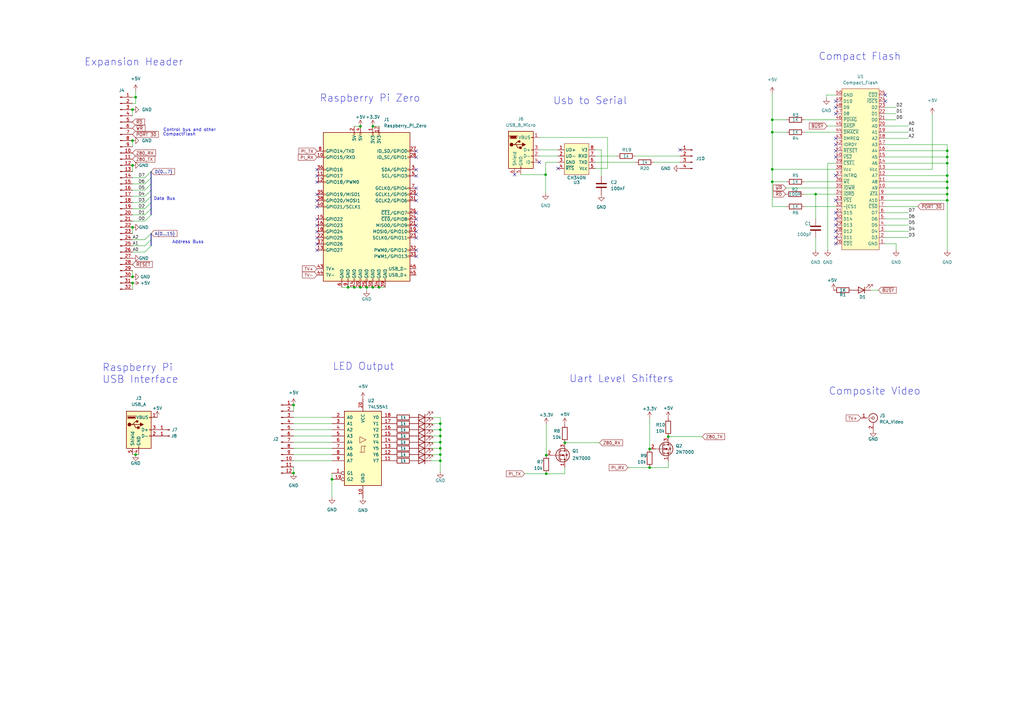
<source format=kicad_sch>
(kicad_sch (version 20230121) (generator eeschema)
  (paper "A3")
  (lib_symbols
    (symbol "74xx:74LS541" (pin_names (offset 1.016))
      (property "Reference" "U" (at -7.62 16.51 0))
      (property "Value" "74LS541" (at -7.62 -16.51 0))
      (symbol "74LS541_1_0"
        (pin input inverted (at -12.7 -10.16 0) (length 5.08) (name "G1") (number "1"))
        (pin power_in line (at 0 -20.32 90) (length 5.08) (name "GND") (number "10"))
        (pin tri_state line (at 12.7 -5.08 180) (length 5.08) (name "Y7") (number "11"))
        (pin tri_state line (at 12.7 -2.54 180) (length 5.08) (name "Y6") (number "12"))
        (pin tri_state line (at 12.7 0 180) (length 5.08) (name "Y5") (number "13"))
        (pin tri_state line (at 12.7 2.54 180) (length 5.08) (name "Y4") (number "14"))
        (pin tri_state line (at 12.7 5.08 180) (length 5.08) (name "Y3") (number "15"))
        (pin tri_state line (at 12.7 7.62 180) (length 5.08) (name "Y2") (number "16"))
        (pin tri_state line (at 12.7 10.16 180) (length 5.08) (name "Y1") (number "17"))
        (pin tri_state line (at 12.7 12.7 180) (length 5.08) (name "Y0") (number "18"))
        (pin input inverted (at -12.7 -12.7 0) (length 5.08) (name "G2") (number "19"))
        (pin input line (at -12.7 12.7 0) (length 5.08) (name "A0") (number "2"))
        (pin power_in line (at 0 20.32 270) (length 5.08) (name "VCC") (number "20"))
        (pin input line (at -12.7 10.16 0) (length 5.08) (name "A1") (number "3"))
        (pin input line (at -12.7 7.62 0) (length 5.08) (name "A2") (number "4"))
        (pin input line (at -12.7 5.08 0) (length 5.08) (name "A3") (number "5"))
        (pin input line (at -12.7 2.54 0) (length 5.08) (name "A4") (number "6"))
        (pin input line (at -12.7 0 0) (length 5.08) (name "A5") (number "7"))
        (pin input line (at -12.7 -2.54 0) (length 5.08) (name "A6") (number "8"))
        (pin input line (at -12.7 -5.08 0) (length 5.08) (name "A7") (number "9"))
      )
    )
    (symbol "Connector:Conn_01x01_Pin" (pin_names (offset 1.016) hide)
      (property "Reference" "J" (at 0 2.54 0))
      (property "Value" "Conn_01x01_Pin" (at 0 -2.54 0))
      (symbol "Conn_01x01_Pin_1_1"
        (pin passive line (at 5.08 0 180) (length 3.81) (name "Pin_1") (number "1"))
      )
    )
    (symbol "Connector:Conn_01x04_Pin" (pin_names (offset 1.016) hide)
      (property "Reference" "J" (at 0 5.08 0))
      (property "Value" "Conn_01x04_Pin" (at 0 -7.62 0))
      (symbol "Conn_01x04_Pin_1_1"
        (pin passive line (at 5.08 2.54 180) (length 3.81) (name "Pin_1") (number "1"))
        (pin passive line (at 5.08 0 180) (length 3.81) (name "Pin_2") (number "2"))
        (pin passive line (at 5.08 -2.54 180) (length 3.81) (name "Pin_3") (number "3"))
        (pin passive line (at 5.08 -5.08 180) (length 3.81) (name "Pin_4") (number "4"))
      )
    )
    (symbol "Connector:Conn_01x12_Male" (pin_names (offset 1.016) hide)
      (property "Reference" "J" (at 0 15.24 0))
      (property "Value" "Conn_01x12_Male" (at 0 -17.78 0))
      (symbol "Conn_01x12_Male_1_1"
        (pin passive line (at 5.08 12.7 180) (length 3.81) (name "Pin_1") (number "1"))
        (pin passive line (at 5.08 -10.16 180) (length 3.81) (name "Pin_10") (number "10"))
        (pin passive line (at 5.08 -12.7 180) (length 3.81) (name "Pin_11") (number "11"))
        (pin passive line (at 5.08 -15.24 180) (length 3.81) (name "Pin_12") (number "12"))
        (pin passive line (at 5.08 10.16 180) (length 3.81) (name "Pin_2") (number "2"))
        (pin passive line (at 5.08 7.62 180) (length 3.81) (name "Pin_3") (number "3"))
        (pin passive line (at 5.08 5.08 180) (length 3.81) (name "Pin_4") (number "4"))
        (pin passive line (at 5.08 2.54 180) (length 3.81) (name "Pin_5") (number "5"))
        (pin passive line (at 5.08 0 180) (length 3.81) (name "Pin_6") (number "6"))
        (pin passive line (at 5.08 -2.54 180) (length 3.81) (name "Pin_7") (number "7"))
        (pin passive line (at 5.08 -5.08 180) (length 3.81) (name "Pin_8") (number "8"))
        (pin passive line (at 5.08 -7.62 180) (length 3.81) (name "Pin_9") (number "9"))
      )
    )
    (symbol "Connector:Conn_01x32_Pin" (pin_names (offset 1.016) hide)
      (property "Reference" "J" (at 0 40.64 0))
      (property "Value" "Conn_01x32_Pin" (at 0 -43.18 0))
      (symbol "Conn_01x32_Pin_1_1"
        (pin passive line (at 5.08 38.1 180) (length 3.81) (name "Pin_1") (number "1"))
        (pin passive line (at 5.08 15.24 180) (length 3.81) (name "Pin_10") (number "10"))
        (pin passive line (at 5.08 12.7 180) (length 3.81) (name "Pin_11") (number "11"))
        (pin passive line (at 5.08 10.16 180) (length 3.81) (name "Pin_12") (number "12"))
        (pin passive line (at 5.08 7.62 180) (length 3.81) (name "Pin_13") (number "13"))
        (pin passive line (at 5.08 5.08 180) (length 3.81) (name "Pin_14") (number "14"))
        (pin passive line (at 5.08 2.54 180) (length 3.81) (name "Pin_15") (number "15"))
        (pin passive line (at 5.08 0 180) (length 3.81) (name "Pin_16") (number "16"))
        (pin passive line (at 5.08 -2.54 180) (length 3.81) (name "Pin_17") (number "17"))
        (pin passive line (at 5.08 -5.08 180) (length 3.81) (name "Pin_18") (number "18"))
        (pin passive line (at 5.08 -7.62 180) (length 3.81) (name "Pin_19") (number "19"))
        (pin passive line (at 5.08 35.56 180) (length 3.81) (name "Pin_2") (number "2"))
        (pin passive line (at 5.08 -10.16 180) (length 3.81) (name "Pin_20") (number "20"))
        (pin passive line (at 5.08 -12.7 180) (length 3.81) (name "Pin_21") (number "21"))
        (pin passive line (at 5.08 -15.24 180) (length 3.81) (name "Pin_22") (number "22"))
        (pin passive line (at 5.08 -17.78 180) (length 3.81) (name "Pin_23") (number "23"))
        (pin passive line (at 5.08 -20.32 180) (length 3.81) (name "Pin_24") (number "24"))
        (pin passive line (at 5.08 -22.86 180) (length 3.81) (name "Pin_25") (number "25"))
        (pin passive line (at 5.08 -25.4 180) (length 3.81) (name "Pin_26") (number "26"))
        (pin passive line (at 5.08 -27.94 180) (length 3.81) (name "Pin_27") (number "27"))
        (pin passive line (at 5.08 -30.48 180) (length 3.81) (name "Pin_28") (number "28"))
        (pin passive line (at 5.08 -33.02 180) (length 3.81) (name "Pin_29") (number "29"))
        (pin passive line (at 5.08 33.02 180) (length 3.81) (name "Pin_3") (number "3"))
        (pin passive line (at 5.08 -35.56 180) (length 3.81) (name "Pin_30") (number "30"))
        (pin passive line (at 5.08 -38.1 180) (length 3.81) (name "Pin_31") (number "31"))
        (pin passive line (at 5.08 -40.64 180) (length 3.81) (name "Pin_32") (number "32"))
        (pin passive line (at 5.08 30.48 180) (length 3.81) (name "Pin_4") (number "4"))
        (pin passive line (at 5.08 27.94 180) (length 3.81) (name "Pin_5") (number "5"))
        (pin passive line (at 5.08 25.4 180) (length 3.81) (name "Pin_6") (number "6"))
        (pin passive line (at 5.08 22.86 180) (length 3.81) (name "Pin_7") (number "7"))
        (pin passive line (at 5.08 20.32 180) (length 3.81) (name "Pin_8") (number "8"))
        (pin passive line (at 5.08 17.78 180) (length 3.81) (name "Pin_9") (number "9"))
      )
    )
    (symbol "Connector:USB_A" (pin_names (offset 1.016))
      (property "Reference" "J" (at -5.08 11.43 0))
      (property "Value" "USB_A" (at -5.08 8.89 0))
      (symbol "USB_A_1_1"
        (pin power_in line (at 7.62 5.08 180) (length 2.54) (name "VBUS") (number "1"))
        (pin bidirectional line (at 7.62 -2.54 180) (length 2.54) (name "D-") (number "2"))
        (pin bidirectional line (at 7.62 0 180) (length 2.54) (name "D+") (number "3"))
        (pin power_in line (at 0 -10.16 90) (length 2.54) (name "GND") (number "4"))
        (pin passive line (at -2.54 -10.16 90) (length 2.54) (name "Shield") (number "5"))
      )
    )
    (symbol "Connector:USB_B_Micro" (pin_names (offset 1.016))
      (property "Reference" "J" (at -5.08 11.43 0))
      (property "Value" "USB_B_Micro" (at -5.08 8.89 0))
      (symbol "USB_B_Micro_1_1"
        (pin power_out line (at 7.62 5.08 180) (length 2.54) (name "VBUS") (number "1"))
        (pin bidirectional line (at 7.62 -2.54 180) (length 2.54) (name "D-") (number "2"))
        (pin bidirectional line (at 7.62 0 180) (length 2.54) (name "D+") (number "3"))
        (pin passive line (at 7.62 -5.08 180) (length 2.54) (name "ID") (number "4"))
        (pin power_out line (at 0 -10.16 90) (length 2.54) (name "GND") (number "5"))
        (pin passive line (at -2.54 -10.16 90) (length 2.54) (name "Shield") (number "6"))
      )
    )
    (symbol "Device:C" (pin_numbers hide) (pin_names (offset 0.254))
      (property "Reference" "C" (at 0.635 2.54 0))
      (property "Value" "C" (at 0.635 -2.54 0))
      (symbol "C_1_1"
        (pin passive line (at 0 3.81 270) (length 2.794) (name "~") (number "1"))
        (pin passive line (at 0 -3.81 90) (length 2.794) (name "~") (number "2"))
      )
    )
    (symbol "Device:LED" (pin_numbers hide) (pin_names (offset 1.016) hide)
      (property "Reference" "D" (at 0 2.54 0))
      (property "Value" "LED" (at 0 -2.54 0))
      (symbol "LED_1_1"
        (pin passive line (at -3.81 0 0) (length 2.54) (name "K") (number "1"))
        (pin passive line (at 3.81 0 180) (length 2.54) (name "A") (number "2"))
      )
    )
    (symbol "Device:R" (pin_numbers hide) (pin_names (offset 0))
      (property "Reference" "R" (at 2.032 0 90))
      (property "Value" "R" (at 0 0 90))
      (symbol "R_1_1"
        (pin passive line (at 0 3.81 270) (length 1.27) (name "~") (number "1"))
        (pin passive line (at 0 -3.81 90) (length 1.27) (name "~") (number "2"))
      )
    )
    (symbol "Simple_Z80:CH340N"
      (property "Reference" "U" (at 0 5.08 0))
      (symbol "CH340N_1_1"
        (pin input line (at -7.62 0 0) (length 2.54) (name "UD+") (number "1"))
        (pin input line (at -7.62 -2.54 0) (length 2.54) (name "UD-") (number "2"))
        (pin input line (at -7.62 -5.08 0) (length 2.54) (name "GND") (number "3"))
        (pin output line (at -7.62 -7.62 0) (length 2.54) (name "~{RTS}") (number "4"))
        (pin input line (at 7.62 -7.62 180) (length 2.54) (name "Vcc") (number "5"))
        (pin output line (at 7.62 -5.08 180) (length 2.54) (name "TXD") (number "6"))
        (pin input line (at 7.62 -2.54 180) (length 2.54) (name "RXD") (number "7"))
        (pin input line (at 7.62 0 180) (length 2.54) (name "V3") (number "8"))
      )
    )
    (symbol "Simple_Z80:Compact_Flash"
      (property "Reference" "U" (at 0 2.54 0))
      (property "Value" "Compact_Flash" (at 0 0 0))
      (symbol "Compact_Flash_1_1"
        (pin passive line (at 10.16 -66.04 180) (length 2.54) (name "GND") (number "1"))
        (pin input line (at 10.16 -43.18 180) (length 2.54) (name "A9") (number "10"))
        (pin input line (at 10.16 -40.64 180) (length 2.54) (name "A8") (number "11"))
        (pin input line (at 10.16 -38.1 180) (length 2.54) (name "A7") (number "12"))
        (pin passive line (at 10.16 -35.56 180) (length 2.54) (name "Vcc") (number "13"))
        (pin input line (at 10.16 -33.02 180) (length 2.54) (name "A6") (number "14"))
        (pin input line (at 10.16 -30.48 180) (length 2.54) (name "A5") (number "15"))
        (pin input line (at 10.16 -27.94 180) (length 2.54) (name "A4") (number "16"))
        (pin input line (at 10.16 -25.4 180) (length 2.54) (name "A3") (number "17"))
        (pin input line (at 10.16 -22.86 180) (length 2.54) (name "A2") (number "18"))
        (pin input line (at 10.16 -20.32 180) (length 2.54) (name "A1") (number "19"))
        (pin bidirectional line (at 10.16 -63.5 180) (length 2.54) (name "D3") (number "2"))
        (pin input line (at 10.16 -17.78 180) (length 2.54) (name "A0") (number "20"))
        (pin bidirectional line (at 10.16 -15.24 180) (length 2.54) (name "D0") (number "21"))
        (pin bidirectional line (at 10.16 -12.7 180) (length 2.54) (name "D1") (number "22"))
        (pin bidirectional line (at 10.16 -10.16 180) (length 2.54) (name "D2") (number "23"))
        (pin output line (at 10.16 -7.62 180) (length 2.54) (name "~{IOCS}") (number "24"))
        (pin output line (at 10.16 -5.08 180) (length 2.54) (name "~{CD2}") (number "25"))
        (pin output line (at -10.16 -66.04 0) (length 2.54) (name "~{CD1}") (number "26"))
        (pin bidirectional line (at -10.16 -63.5 0) (length 2.54) (name "D11") (number "27"))
        (pin bidirectional line (at -10.16 -60.96 0) (length 2.54) (name "D12") (number "28"))
        (pin bidirectional line (at -10.16 -58.42 0) (length 2.54) (name "D13") (number "29"))
        (pin bidirectional line (at 10.16 -60.96 180) (length 2.54) (name "D4") (number "3"))
        (pin bidirectional line (at -10.16 -55.88 0) (length 2.54) (name "D14") (number "30"))
        (pin bidirectional line (at -10.16 -53.34 0) (length 2.54) (name "D15") (number "31"))
        (pin input line (at -10.16 -50.8 0) (length 2.54) (name "~{CS1") (number "32"))
        (pin output line (at -10.16 -48.26 0) (length 2.54) (name "~{VS1}") (number "33"))
        (pin input line (at -10.16 -45.72 0) (length 2.54) (name "~{IORD}") (number "34"))
        (pin input line (at -10.16 -43.18 0) (length 2.54) (name "~{IOWR}") (number "35"))
        (pin input line (at -10.16 -40.64 0) (length 2.54) (name "~{WE}") (number "36"))
        (pin output line (at -10.16 -38.1 0) (length 2.54) (name "INTRQ") (number "37"))
        (pin passive line (at -10.16 -35.56 0) (length 2.54) (name "Vcc") (number "38"))
        (pin input line (at -10.16 -33.02 0) (length 2.54) (name "~{CSEL}") (number "39"))
        (pin bidirectional line (at 10.16 -58.42 180) (length 2.54) (name "D5") (number "4"))
        (pin output line (at -10.16 -30.48 0) (length 2.54) (name "~{VS2}") (number "40"))
        (pin input line (at -10.16 -27.94 0) (length 2.54) (name "~{RESET}") (number "41"))
        (pin output line (at -10.16 -25.4 0) (length 2.54) (name "IORDY") (number "42"))
        (pin output line (at -10.16 -22.86 0) (length 2.54) (name "DMREQ") (number "43"))
        (pin input line (at -10.16 -20.32 0) (length 2.54) (name "~{DMACK}") (number "44"))
        (pin output line (at -10.16 -17.78 0) (length 2.54) (name "~{DASP}") (number "45"))
        (pin output line (at -10.16 -15.24 0) (length 2.54) (name "~{PDIAG}") (number "46"))
        (pin bidirectional line (at -10.16 -12.7 0) (length 2.54) (name "D8") (number "47"))
        (pin bidirectional line (at -10.16 -10.16 0) (length 2.54) (name "D9") (number "48"))
        (pin bidirectional line (at -10.16 -7.62 0) (length 2.54) (name "D10") (number "49"))
        (pin bidirectional line (at 10.16 -55.88 180) (length 2.54) (name "D6") (number "5"))
        (pin passive line (at -10.16 -5.08 0) (length 2.54) (name "GND") (number "50"))
        (pin bidirectional line (at 10.16 -53.34 180) (length 2.54) (name "D7") (number "6"))
        (pin input line (at 10.16 -50.8 180) (length 2.54) (name "~{CS0}") (number "7"))
        (pin input line (at 10.16 -48.26 180) (length 2.54) (name "A10") (number "8"))
        (pin input line (at 10.16 -45.72 180) (length 2.54) (name "~{ATA}") (number "9"))
      )
    )
    (symbol "Simple_Z80:RCA_Video" (pin_names (offset 1.016) hide)
      (property "Reference" "J" (at 0.254 3.048 0))
      (property "Value" "RCA_Video" (at 2.921 0 90))
      (symbol "RCA_Video_1_1"
        (pin passive line (at -5.08 0 0) (length 2.54) (name "In") (number "1"))
        (pin passive line (at 0 -5.08 90) (length 2.54) (name "Ext") (number "2"))
      )
    )
    (symbol "Simple_Z80:Raspberry_Pi_Zero" (pin_names (offset 1.016))
      (property "Reference" "J" (at -17.78 31.75 0))
      (property "Value" "Raspberry_Pi_Zero" (at 10.16 -31.75 0))
      (symbol "Raspberry_Pi_Zero_1_1"
        (pin power_in line (at 2.54 33.02 270) (length 2.54) (name "3V3") (number "1"))
        (pin bidirectional line (at -20.32 20.32 0) (length 2.54) (name "GPIO15/RXD") (number "10"))
        (pin bidirectional line (at -20.32 12.7 0) (length 2.54) (name "GPIO17") (number "11"))
        (pin bidirectional line (at -20.32 10.16 0) (length 2.54) (name "GPIO18/PWM0") (number "12"))
        (pin bidirectional line (at -20.32 -17.78 0) (length 2.54) (name "GPIO27") (number "13"))
        (pin power_in line (at -5.08 -33.02 90) (length 2.54) (name "GND") (number "14"))
        (pin bidirectional line (at -20.32 -5.08 0) (length 2.54) (name "GPIO22") (number "15"))
        (pin bidirectional line (at -20.32 -7.62 0) (length 2.54) (name "GPIO23") (number "16"))
        (pin power_in line (at 5.08 33.02 270) (length 2.54) (name "3V3") (number "17"))
        (pin bidirectional line (at -20.32 -10.16 0) (length 2.54) (name "GPIO24") (number "18"))
        (pin bidirectional line (at 20.32 -10.16 180) (length 2.54) (name "MOSI0/GPIO10") (number "19"))
        (pin power_in line (at -5.08 33.02 270) (length 2.54) (name "5V") (number "2"))
        (pin power_in line (at -2.54 -33.02 90) (length 2.54) (name "GND") (number "20"))
        (pin bidirectional line (at 20.32 -7.62 180) (length 2.54) (name "MISO0/GPIO9") (number "21"))
        (pin bidirectional line (at -20.32 -12.7 0) (length 2.54) (name "GPIO25") (number "22"))
        (pin bidirectional line (at 20.32 -12.7 180) (length 2.54) (name "SCLK0/GPIO11") (number "23"))
        (pin bidirectional line (at 20.32 -5.08 180) (length 2.54) (name "~{CE0}/GPIO8") (number "24"))
        (pin power_in line (at 0 -33.02 90) (length 2.54) (name "GND") (number "25"))
        (pin bidirectional line (at 20.32 -2.54 180) (length 2.54) (name "~{CE1}/GPIO7") (number "26"))
        (pin bidirectional line (at 20.32 22.86 180) (length 2.54) (name "ID_SD/GPIO0") (number "27"))
        (pin bidirectional line (at 20.32 20.32 180) (length 2.54) (name "ID_SC/GPIO1") (number "28"))
        (pin bidirectional line (at 20.32 5.08 180) (length 2.54) (name "GCLK1/GPIO5") (number "29"))
        (pin bidirectional line (at 20.32 15.24 180) (length 2.54) (name "SDA/GPIO2") (number "3"))
        (pin power_in line (at 2.54 -33.02 90) (length 2.54) (name "GND") (number "30"))
        (pin bidirectional line (at 20.32 2.54 180) (length 2.54) (name "GCLK2/GPIO6") (number "31"))
        (pin bidirectional line (at 20.32 -17.78 180) (length 2.54) (name "PWM0/GPIO12") (number "32"))
        (pin bidirectional line (at 20.32 -20.32 180) (length 2.54) (name "PWM1/GPIO13") (number "33"))
        (pin power_in line (at 5.08 -33.02 90) (length 2.54) (name "GND") (number "34"))
        (pin bidirectional line (at -20.32 5.08 0) (length 2.54) (name "GPIO19/MISO1") (number "35"))
        (pin bidirectional line (at -20.32 15.24 0) (length 2.54) (name "GPIO16") (number "36"))
        (pin bidirectional line (at -20.32 -15.24 0) (length 2.54) (name "GPIO26") (number "37"))
        (pin bidirectional line (at -20.32 2.54 0) (length 2.54) (name "GPIO20/MOSI1") (number "38"))
        (pin power_in line (at 7.62 -33.02 90) (length 2.54) (name "GND") (number "39"))
        (pin power_in line (at -2.54 33.02 270) (length 2.54) (name "5V") (number "4"))
        (pin bidirectional line (at -20.32 0 0) (length 2.54) (name "GPIO21/SCLK1") (number "40"))
        (pin output line (at -20.32 -25.4 0) (length 2.54) (name "TV+") (number "43"))
        (pin output line (at -20.32 -27.94 0) (length 2.54) (name "TV-") (number "44"))
        (pin bidirectional line (at 20.32 -27.94 180) (length 2.54) (name "USB_D+") (number "45"))
        (pin bidirectional line (at 20.32 -25.4 180) (length 2.54) (name "USB_D-") (number "46"))
        (pin bidirectional line (at 20.32 12.7 180) (length 2.54) (name "SCL/GPIO3") (number "5"))
        (pin power_in line (at -10.16 -33.02 90) (length 2.54) (name "GND") (number "6"))
        (pin bidirectional line (at 20.32 7.62 180) (length 2.54) (name "GCLK0/GPIO4") (number "7"))
        (pin bidirectional line (at -20.32 22.86 0) (length 2.54) (name "GPIO14/TXD") (number "8"))
        (pin power_in line (at -7.62 -33.02 90) (length 2.54) (name "GND") (number "9"))
      )
    )
    (symbol "Transistor_FET:2N7000" (pin_names hide)
      (property "Reference" "Q" (at 5.08 1.905 0))
      (property "Value" "2N7000" (at 5.08 0 0))
      (symbol "2N7000_1_1"
        (pin passive line (at 2.54 -5.08 90) (length 2.54) (name "S") (number "1"))
        (pin input line (at -5.08 0 0) (length 2.54) (name "G") (number "2"))
        (pin passive line (at 2.54 5.08 270) (length 2.54) (name "D") (number "3"))
      )
    )
    (symbol "power:+3.3V" (power) (pin_names (offset 0))
      (property "Value" "+3.3V" (at 0 3.556 0))
      (symbol "+3.3V_1_1"
        (pin power_in line (at 0 0 90) (length 0) hide (name "+3.3V") (number "1"))
      )
    )
    (symbol "power:+5V" (power) (pin_names (offset 0))
      (property "Value" "+5V" (at 0 3.556 0))
      (symbol "+5V_1_1"
        (pin power_in line (at 0 0 90) (length 0) hide (name "+5V") (number "1"))
      )
    )
    (symbol "power:GND" (power) (pin_names (offset 0))
      (property "Value" "GND" (at 0 -3.81 0))
      (symbol "GND_1_1"
        (pin power_in line (at 0 0 270) (length 0) hide (name "GND") (number "1"))
      )
    )
  )
  (junction (at 54.356 93.218))
  (junction (at 54.356 67.818))
  (junction (at 266.446 184.15))
  (junction (at 180.594 173.736))
  (junction (at 316.738 69.469))
  (junction (at 150.368 117.856))
  (junction (at 388.493 77.089))
  (junction (at 231.648 181.61))
  (junction (at 180.594 188.976))
  (junction (at 224.028 186.69))
  (junction (at 54.356 113.538))
  (junction (at 54.356 57.658))
  (junction (at 155.448 117.856))
  (junction (at 55.626 39.878))
  (junction (at 54.356 116.078))
  (junction (at 120.396 166.116))
  (junction (at 54.356 44.958))
  (junction (at 147.828 117.856))
  (junction (at 120.396 194.056))
  (junction (at 180.594 186.436))
  (junction (at 388.493 74.549))
  (junction (at 223.774 71.628))
  (junction (at 145.288 117.856))
  (junction (at 334.518 79.629))
  (junction (at 388.493 82.169))
  (junction (at 388.493 61.849))
  (junction (at 388.493 64.389))
  (junction (at 180.594 178.816))
  (junction (at 388.493 72.009))
  (junction (at 152.908 51.816))
  (junction (at 316.738 49.149))
  (junction (at 388.493 66.929))
  (junction (at 180.594 176.276))
  (junction (at 274.066 179.07))
  (junction (at 55.626 186.436))
  (junction (at 136.144 196.596))
  (junction (at 180.594 183.896))
  (junction (at 142.748 117.856))
  (junction (at 316.738 74.549))
  (junction (at 180.594 181.356))
  (junction (at 147.828 51.816))
  (junction (at 224.028 194.31))
  (junction (at 266.446 191.77))
  (junction (at 152.908 117.856))
  (junction (at 316.738 54.229))
  (junction (at 388.493 79.629))
  (no_connect (at 170.688 79.756))
  (no_connect (at 342.773 92.329))
  (no_connect (at 363.093 38.989))
  (no_connect (at 342.773 59.309))
  (no_connect (at 342.773 44.069))
  (no_connect (at 130.048 102.616))
  (no_connect (at 170.688 97.536))
  (no_connect (at 130.048 84.836))
  (no_connect (at 130.048 72.136))
  (no_connect (at 342.773 94.869))
  (no_connect (at 342.773 72.009))
  (no_connect (at 170.688 77.216))
  (no_connect (at 342.773 97.409))
  (no_connect (at 228.854 69.088))
  (no_connect (at 130.048 82.296))
  (no_connect (at 342.773 89.789))
  (no_connect (at 278.892 61.468))
  (no_connect (at 130.048 79.756))
  (no_connect (at 130.048 97.536))
  (no_connect (at 342.773 82.169))
  (no_connect (at 211.074 71.628))
  (no_connect (at 170.688 61.976))
  (no_connect (at 130.048 100.076))
  (no_connect (at 170.688 94.996))
  (no_connect (at 170.688 87.376))
  (no_connect (at 130.048 94.996))
  (no_connect (at 170.688 89.916))
  (no_connect (at 342.773 87.249))
  (no_connect (at 342.773 46.609))
  (no_connect (at 342.773 99.949))
  (no_connect (at 130.048 92.456))
  (no_connect (at 221.234 66.548))
  (no_connect (at 170.688 72.136))
  (no_connect (at 170.688 82.296))
  (no_connect (at 363.093 41.529))
  (no_connect (at 130.048 89.916))
  (no_connect (at 342.773 64.389))
  (no_connect (at 170.688 92.456))
  (no_connect (at 342.773 41.529))
  (no_connect (at 170.688 69.596))
  (no_connect (at 342.773 61.849))
  (no_connect (at 170.688 105.156))
  (no_connect (at 130.048 74.676))
  (no_connect (at 342.773 56.769))
  (no_connect (at 170.688 64.516))
  (no_connect (at 170.688 102.616))
  (no_connect (at 130.048 69.596))
  (bus_entry (at 61.976 88.138) (size -2.54 2.54))
  (bus_entry (at 59.436 83.058) (size 2.54 -2.54))
  (bus_entry (at 59.436 100.838) (size 2.54 -2.54))
  (bus_entry (at 59.436 72.898) (size 2.54 -2.54))
  (bus_entry (at 59.436 85.598) (size 2.54 -2.54))
  (bus_entry (at 59.436 88.138) (size 2.54 -2.54))
  (bus_entry (at 59.436 103.378) (size 2.54 -2.54))
  (bus_entry (at 59.436 75.438) (size 2.54 -2.54))
  (bus_entry (at 59.436 77.978) (size 2.54 -2.54))
  (bus_entry (at 59.436 98.298) (size 2.54 -2.54))
  (bus_entry (at 59.436 80.518) (size 2.54 -2.54))
  (wire (pts (xy 55.626 186.436) (xy 56.896 186.436)))
  (wire (pts (xy 329.819 79.629) (xy 334.518 79.629)))
  (wire (pts (xy 176.784 178.816) (xy 180.594 178.816)))
  (wire (pts (xy 363.093 44.069) (xy 367.538 44.069)))
  (wire (pts (xy 363.093 89.789) (xy 372.618 89.789)))
  (wire (pts (xy 316.738 49.149) (xy 316.738 54.229)))
  (wire (pts (xy 249.174 56.388) (xy 249.174 69.088)))
  (bus (pts (xy 61.976 72.898) (xy 61.976 75.438)))
  (wire (pts (xy 363.093 77.089) (xy 388.493 77.089)))
  (wire (pts (xy 176.784 173.736) (xy 180.594 173.736)))
  (wire (pts (xy 322.326 77.089) (xy 342.773 77.089)))
  (wire (pts (xy 142.748 117.856) (xy 145.288 117.856)))
  (wire (pts (xy 59.436 88.138) (xy 54.356 88.138)))
  (wire (pts (xy 363.093 79.629) (xy 388.493 79.629)))
  (wire (pts (xy 176.784 186.436) (xy 180.594 186.436)))
  (wire (pts (xy 257.556 191.77) (xy 266.446 191.77)))
  (wire (pts (xy 54.356 116.078) (xy 54.356 118.618)))
  (wire (pts (xy 322.453 49.149) (xy 316.738 49.149)))
  (wire (pts (xy 244.094 61.468) (xy 246.634 61.468)))
  (wire (pts (xy 363.093 99.949) (xy 367.538 99.949)))
  (wire (pts (xy 213.614 71.628) (xy 223.774 71.628)))
  (wire (pts (xy 363.093 64.389) (xy 388.493 64.389)))
  (wire (pts (xy 363.093 51.689) (xy 372.618 51.689)))
  (wire (pts (xy 363.093 56.769) (xy 372.618 56.769)))
  (wire (pts (xy 59.436 72.898) (xy 54.356 72.898)))
  (bus (pts (xy 61.976 80.518) (xy 61.976 83.058)))
  (wire (pts (xy 316.738 74.549) (xy 322.453 74.549)))
  (wire (pts (xy 120.396 178.816) (xy 136.144 178.816)))
  (wire (pts (xy 388.493 72.009) (xy 388.493 74.549)))
  (wire (pts (xy 266.446 171.45) (xy 266.446 184.15)))
  (wire (pts (xy 363.093 82.169) (xy 388.493 82.169)))
  (wire (pts (xy 59.436 75.438) (xy 54.356 75.438)))
  (wire (pts (xy 330.073 54.229) (xy 342.773 54.229)))
  (wire (pts (xy 54.356 110.998) (xy 54.356 113.538)))
  (bus (pts (xy 61.976 70.358) (xy 61.976 72.898)))
  (wire (pts (xy 388.493 79.629) (xy 388.493 82.169)))
  (wire (pts (xy 136.144 196.596) (xy 136.144 203.962)))
  (wire (pts (xy 152.908 117.856) (xy 155.448 117.856)))
  (wire (pts (xy 363.093 92.329) (xy 372.618 92.329)))
  (wire (pts (xy 59.436 90.678) (xy 54.356 90.678)))
  (wire (pts (xy 147.828 117.856) (xy 150.368 117.856)))
  (wire (pts (xy 120.396 183.896) (xy 136.144 183.896)))
  (wire (pts (xy 176.784 188.976) (xy 180.594 188.976)))
  (wire (pts (xy 388.493 66.929) (xy 388.493 72.009)))
  (wire (pts (xy 334.518 79.629) (xy 342.773 79.629)))
  (wire (pts (xy 155.448 117.856) (xy 157.988 117.856)))
  (wire (pts (xy 244.094 69.088) (xy 249.174 69.088)))
  (wire (pts (xy 59.436 103.378) (xy 54.356 103.378)))
  (wire (pts (xy 268.224 66.548) (xy 278.892 66.548)))
  (wire (pts (xy 223.774 66.548) (xy 228.854 66.548)))
  (wire (pts (xy 215.138 194.31) (xy 224.028 194.31)))
  (wire (pts (xy 54.356 44.958) (xy 54.356 47.498)))
  (wire (pts (xy 316.738 69.469) (xy 342.773 69.469)))
  (wire (pts (xy 55.626 39.878) (xy 54.356 39.878)))
  (wire (pts (xy 339.217 51.689) (xy 342.773 51.689)))
  (wire (pts (xy 339.471 66.929) (xy 342.773 66.929)))
  (wire (pts (xy 59.436 83.058) (xy 54.356 83.058)))
  (wire (pts (xy 176.784 183.896) (xy 180.594 183.896)))
  (wire (pts (xy 363.093 46.609) (xy 367.538 46.609)))
  (wire (pts (xy 388.493 77.089) (xy 388.493 79.629)))
  (wire (pts (xy 363.093 54.229) (xy 372.618 54.229)))
  (wire (pts (xy 316.738 54.229) (xy 322.453 54.229)))
  (wire (pts (xy 246.634 61.468) (xy 246.634 72.263)))
  (wire (pts (xy 223.774 71.628) (xy 223.774 79.248)))
  (wire (pts (xy 55.626 39.878) (xy 55.626 42.418)))
  (wire (pts (xy 120.396 181.356) (xy 136.144 181.356)))
  (wire (pts (xy 363.093 84.709) (xy 376.428 84.709)))
  (wire (pts (xy 120.396 188.976) (xy 136.144 188.976)))
  (wire (pts (xy 330.073 49.149) (xy 342.773 49.149)))
  (wire (pts (xy 59.436 100.838) (xy 54.356 100.838)))
  (wire (pts (xy 334.518 89.789) (xy 334.518 79.629)))
  (wire (pts (xy 176.784 181.356) (xy 180.594 181.356)))
  (wire (pts (xy 180.594 188.976) (xy 180.594 193.548)))
  (wire (pts (xy 120.396 173.736) (xy 136.144 173.736)))
  (wire (pts (xy 145.288 117.856) (xy 147.828 117.856)))
  (wire (pts (xy 274.066 179.07) (xy 288.036 179.07)))
  (wire (pts (xy 244.094 64.008) (xy 252.984 64.008)))
  (wire (pts (xy 55.626 42.418) (xy 54.356 42.418)))
  (bus (pts (xy 61.976 83.058) (xy 61.976 85.598)))
  (wire (pts (xy 150.368 117.856) (xy 150.368 119.126)))
  (wire (pts (xy 120.396 166.116) (xy 120.396 168.656)))
  (wire (pts (xy 316.738 84.709) (xy 322.453 84.709)))
  (wire (pts (xy 330.073 74.549) (xy 342.773 74.549)))
  (wire (pts (xy 388.493 64.389) (xy 388.493 66.929)))
  (wire (pts (xy 363.093 49.149) (xy 367.538 49.149)))
  (wire (pts (xy 316.738 54.229) (xy 316.738 69.469)))
  (wire (pts (xy 180.594 173.736) (xy 180.594 176.276)))
  (bus (pts (xy 61.976 77.978) (xy 61.976 80.518)))
  (wire (pts (xy 363.093 61.849) (xy 388.493 61.849)))
  (bus (pts (xy 61.976 98.298) (xy 61.976 100.838)))
  (wire (pts (xy 59.436 98.298) (xy 54.356 98.298)))
  (wire (pts (xy 224.028 173.99) (xy 224.028 186.69)))
  (wire (pts (xy 152.908 51.816) (xy 155.448 51.816)))
  (wire (pts (xy 150.368 117.856) (xy 152.908 117.856)))
  (wire (pts (xy 363.093 87.249) (xy 372.618 87.249)))
  (wire (pts (xy 180.594 186.436) (xy 180.594 188.976)))
  (wire (pts (xy 180.594 181.356) (xy 180.594 183.896)))
  (wire (pts (xy 54.356 93.218) (xy 54.356 95.758)))
  (wire (pts (xy 221.234 61.468) (xy 228.854 61.468)))
  (wire (pts (xy 316.738 69.469) (xy 316.738 74.549)))
  (bus (pts (xy 61.976 95.758) (xy 61.976 98.298)))
  (wire (pts (xy 231.648 181.61) (xy 245.872 181.61)))
  (wire (pts (xy 367.538 99.949) (xy 367.538 102.489)))
  (wire (pts (xy 55.626 37.338) (xy 55.626 39.878)))
  (wire (pts (xy 338.963 38.989) (xy 338.963 40.259)))
  (wire (pts (xy 388.493 82.169) (xy 388.493 102.489)))
  (wire (pts (xy 388.493 59.309) (xy 388.493 61.849)))
  (wire (pts (xy 54.356 67.818) (xy 54.356 70.358)))
  (wire (pts (xy 339.471 102.489) (xy 339.471 66.929)))
  (wire (pts (xy 120.396 186.436) (xy 136.144 186.436)))
  (wire (pts (xy 342.773 38.989) (xy 338.963 38.989)))
  (wire (pts (xy 176.784 176.276) (xy 180.594 176.276)))
  (wire (pts (xy 180.594 178.816) (xy 180.594 181.356)))
  (wire (pts (xy 363.093 69.469) (xy 382.397 69.469)))
  (wire (pts (xy 382.397 46.863) (xy 382.397 69.469)))
  (wire (pts (xy 120.396 191.516) (xy 120.396 194.056)))
  (wire (pts (xy 363.093 59.309) (xy 388.493 59.309)))
  (wire (pts (xy 244.094 66.548) (xy 260.604 66.548)))
  (bus (pts (xy 61.976 85.598) (xy 61.976 88.138)))
  (wire (pts (xy 260.604 64.008) (xy 278.892 64.008)))
  (wire (pts (xy 266.446 191.77) (xy 274.066 191.77)))
  (wire (pts (xy 140.208 117.856) (xy 142.748 117.856)))
  (wire (pts (xy 221.234 56.388) (xy 249.174 56.388)))
  (wire (pts (xy 388.493 61.849) (xy 388.493 64.389)))
  (wire (pts (xy 363.093 66.929) (xy 388.493 66.929)))
  (wire (pts (xy 120.396 171.196) (xy 136.144 171.196)))
  (wire (pts (xy 316.738 74.549) (xy 316.738 84.709)))
  (wire (pts (xy 316.738 38.354) (xy 316.738 49.149)))
  (wire (pts (xy 357.124 118.999) (xy 360.299 118.999)))
  (wire (pts (xy 120.396 176.276) (xy 136.144 176.276)))
  (wire (pts (xy 180.594 183.896) (xy 180.594 186.436)))
  (wire (pts (xy 334.518 97.409) (xy 334.518 102.489)))
  (wire (pts (xy 54.356 57.658) (xy 54.356 60.198)))
  (wire (pts (xy 180.594 171.196) (xy 180.594 173.736)))
  (wire (pts (xy 136.144 194.056) (xy 136.144 196.596)))
  (wire (pts (xy 59.436 85.598) (xy 54.356 85.598)))
  (wire (pts (xy 221.234 64.008) (xy 228.854 64.008)))
  (wire (pts (xy 330.073 84.709) (xy 342.773 84.709)))
  (wire (pts (xy 59.436 80.518) (xy 54.356 80.518)))
  (wire (pts (xy 274.066 191.77) (xy 274.066 189.23)))
  (wire (pts (xy 363.093 97.409) (xy 372.618 97.409)))
  (wire (pts (xy 59.436 77.978) (xy 54.356 77.978)))
  (wire (pts (xy 54.356 186.436) (xy 55.626 186.436)))
  (wire (pts (xy 363.093 94.869) (xy 372.618 94.869)))
  (wire (pts (xy 363.093 74.549) (xy 388.493 74.549)))
  (wire (pts (xy 224.028 194.31) (xy 231.648 194.31)))
  (wire (pts (xy 180.594 176.276) (xy 180.594 178.816)))
  (wire (pts (xy 388.493 74.549) (xy 388.493 77.089)))
  (wire (pts (xy 363.093 72.009) (xy 388.493 72.009)))
  (wire (pts (xy 231.648 194.31) (xy 231.648 191.77)))
  (bus (pts (xy 61.976 75.438) (xy 61.976 77.978)))
  (wire (pts (xy 176.784 171.196) (xy 180.594 171.196)))
  (wire (pts (xy 223.774 66.548) (xy 223.774 71.628)))
  (wire (pts (xy 145.288 51.816) (xy 147.828 51.816)))
  (text "Usb to Serial" (at 226.822 43.18 0) (effects (font (size 3 3)) (justify left bottom)))
  (text "Compact Flash" (at 335.661 25.019 0) (effects (font (size 3 3)) (justify left bottom)))
  (text "CompactFlash" (at 66.802 55.88 0) (effects (font (size 1.27 1.27)) (justify left bottom)))
  (text "Control bus and other" (at 66.929 54.102 0) (effects (font (size 1.27 1.27)) (justify left bottom)))
  (text "Raspberry Pi\nUSB Interface" (at 41.91 157.48 0) (effects (font (size 3 3)) (justify left bottom)))
  (text "Composite Video" (at 339.852 162.306 0) (effects (font (size 3 3)) (justify left bottom)))
  (text "Uart Level Shifters" (at 233.426 157.226 0) (effects (font (size 3 3)) (justify left bottom)))
  (text "Data Bus" (at 62.992 82.296 0) (effects (font (size 1.27 1.27)) (justify left bottom)))
  (text "Address Buss" (at 70.612 100.076 0) (effects (font (size 1.27 1.27)) (justify left bottom)))
  (text "LED Output" (at 136.398 152.146 0) (effects (font (size 3 3)) (justify left bottom)))
  (text "Raspberry Pi Zero" (at 131.064 42.164 0) (effects (font (size 3 3)) (justify left bottom)))
  (text "Expansion Header" (at 34.544 27.305 0) (effects (font (size 3 3)) (justify left bottom)))
  (label "D0" (at 59.436 90.678 180))
  (label "D5" (at 59.436 77.978 180))
  (label "D6" (at 59.436 75.438 180))
  (label "D2" (at 367.538 44.069 0))
  (label "A2" (at 54.356 98.298 0))
  (label "D0" (at 367.538 49.149 0))
  (label "D3" (at 372.618 97.409 0))
  (label "D7" (at 59.436 72.898 180))
  (label "D4" (at 59.436 80.518 180))
  (label "D5" (at 372.618 92.329 0))
  (label "A1" (at 54.356 100.838 0))
  (label "D1" (at 59.436 88.138 180))
  (label "D7" (at 372.618 87.249 0))
  (label "D6" (at 372.618 89.789 0))
  (label "D4" (at 372.618 94.869 0))
  (label "D3" (at 59.436 83.058 180))
  (label "A0" (at 372.618 51.689 0))
  (label "A1" (at 372.618 54.229 0))
  (label "D1" (at 367.538 46.609 0))
  (label "A2" (at 372.618 56.769 0))
  (label "A0" (at 54.356 103.378 0))
  (label "D2" (at 59.436 85.598 180))
  (global_label "~{BUSY}" (shape input) (at 360.299 118.999 0) (property "Intersheetrefs" "${INTERSHEET_REFS}" (effects hide)))
  (global_label "~{RD}" (shape input) (at 322.199 79.629 180) (property "Intersheetrefs" "${INTERSHEET_REFS}" (effects hide)))
  (global_label "D{0...7}" (shape input) (at 61.976 70.358 0) (property "Intersheetrefs" "${INTERSHEET_REFS}" (effects hide)))
  (global_label "~{RD}" (shape input) (at 54.356 50.038 0) (property "Intersheetrefs" "${INTERSHEET_REFS}" (effects hide)))
  (global_label "~{PORT 30}" (shape input) (at 54.356 55.118 0) (property "Intersheetrefs" "${INTERSHEET_REFS}" (effects hide)))
  (global_label "~{WR}" (shape input) (at 54.356 52.578 0) (property "Intersheetrefs" "${INTERSHEET_REFS}" (effects hide)))
  (global_label "~{RESET}" (shape input) (at 54.356 108.458 0) (property "Intersheetrefs" "${INTERSHEET_REFS}" (effects hide)))
  (global_label "TV+" (shape input) (at 353.06 171.45 180) (property "Intersheetrefs" "${INTERSHEET_REFS}" (effects hide)))
  (global_label "PI_TX" (shape input) (at 215.138 194.31 180) (property "Intersheetrefs" "${INTERSHEET_REFS}" (effects hide)))
  (global_label "~{PORT 30}" (shape input) (at 376.428 84.709 0) (property "Intersheetrefs" "${INTERSHEET_REFS}" (effects hide)))
  (global_label "Z80_TX" (shape input) (at 288.036 179.07 0) (property "Intersheetrefs" "${INTERSHEET_REFS}" (effects hide)))
  (global_label "PI_RX" (shape input) (at 257.556 191.77 180) (property "Intersheetrefs" "${INTERSHEET_REFS}" (effects hide)))
  (global_label "Z80_TX" (shape input) (at 54.356 65.278 0) (property "Intersheetrefs" "${INTERSHEET_REFS}" (effects hide)))
  (global_label "~{WR}" (shape input) (at 322.326 77.089 180) (property "Intersheetrefs" "${INTERSHEET_REFS}" (effects hide)))
  (global_label "Z80_RX" (shape input) (at 54.356 62.738 0) (property "Intersheetrefs" "${INTERSHEET_REFS}" (effects hide)))
  (global_label "TV-" (shape input) (at 130.048 112.776 180) (property "Intersheetrefs" "${INTERSHEET_REFS}" (effects hide)))
  (global_label "~{BUSY}" (shape input) (at 339.217 51.689 180) (property "Intersheetrefs" "${INTERSHEET_REFS}" (effects hide)))
  (global_label "PI_RX" (shape input) (at 130.048 64.516 180) (property "Intersheetrefs" "${INTERSHEET_REFS}" (effects hide)))
  (global_label "PI_TX" (shape input) (at 130.048 61.976 180) (property "Intersheetrefs" "${INTERSHEET_REFS}" (effects hide)))
  (global_label "A{0...15}" (shape input) (at 61.976 95.758 0) (property "Intersheetrefs" "${INTERSHEET_REFS}" (effects hide)))
  (global_label "Z80_RX" (shape input) (at 245.872 181.61 0) (property "Intersheetrefs" "${INTERSHEET_REFS}" (effects hide)))
  (global_label "TV+" (shape input) (at 130.048 110.236 180) (property "Intersheetrefs" "${INTERSHEET_REFS}" (effects hide)))
  (symbol (lib_id "power:GND") (at 180.594 193.548 0) (unit 1)
    (property "Reference" "#PWR05" (effects hide))
    (property "Value" "GND" (at 180.594 197.104 0))
  )
  (symbol (lib_id "Device:LED") (at 172.974 178.816 180) (unit 1)
    (property "Reference" "D5" (effects hide))
    (property "Value" "LED" (effects hide))
    (property "Footprint" "LED_THT:LED_D3.0mm_Horizontal_O1.27mm_Z2.0mm" (effects hide))
  )
  (symbol (lib_id "Connector:Conn_01x12_Male") (at 115.316 178.816 0) (unit 1)
    (property "Reference" "J2" (at 114.3 180.0859 0) (effects (justify right)))
    (property "Value" "Conn_01x12_Male" (effects hide))
    (property "Footprint" "Connector_PinHeader_2.54mm:PinHeader_2x06_P2.54mm_Vertical" (effects hide))
  )
  (symbol (lib_id "power:GND") (at 367.538 102.489 0) (unit 1)
    (property "Reference" "#PWR0107" (effects hide))
    (property "Value" "GND" (at 367.538 107.569 0))
  )
  (symbol (lib_id "Simple_Z80:Raspberry_Pi_Zero") (at 150.368 84.836 0) (unit 1)
    (property "Reference" "J1" (at 157.4039 49.022 0) (effects (justify left)))
    (property "Value" "Raspberry_Pi_Zero" (at 157.4039 51.562 0) (effects (justify left)))
    (property "Footprint" "Z80:Raspberry_Pi_Zero_Socketed_THT_FaceDown_MountingHoles" (effects hide))
    (property "Datasheet" "https://www.raspberrypi.org/documentation/hardware/raspberrypi/schematics/rpi_SCH_3bplus_1p0_reduced.pdf" (effects hide))
  )
  (symbol (lib_id "power:GND") (at 136.144 203.962 0) (unit 1)
    (property "Reference" "#PWR08" (effects hide))
    (property "Value" "GND" (at 136.144 209.042 0))
  )
  (symbol (lib_id "power:+5V") (at 55.626 37.338 0) (unit 1)
    (property "Reference" "#PWR021" (effects hide))
    (property "Value" "+5V" (at 55.626 32.258 0))
  )
  (symbol (lib_id "power:+5V") (at 316.738 38.354 0) (unit 1)
    (property "Reference" "#PWR0113" (effects hide))
    (property "Value" "+5V" (at 316.738 32.639 0))
  )
  (symbol (lib_id "power:+5V") (at 54.356 116.078 270) (unit 1)
    (property "Reference" "#PWR020" (effects hide))
    (property "Value" "+5V" (at 57.531 116.0779 90) (effects (justify left)))
  )
  (symbol (lib_id "Connector:Conn_01x32_Pin") (at 49.276 77.978 0) (unit 1)
    (property "Reference" "J4" (at 49.911 37.084 0))
    (property "Value" "Conn_01x32_Pin" (effects hide))
    (property "Footprint" "Connector_PinSocket_2.54mm:PinSocket_2x16_P2.54mm_Vertical" (effects hide))
  )
  (symbol (lib_id "Connector:USB_B_Micro") (at 213.614 61.468 0) (unit 1)
    (property "Reference" "J6" (at 213.614 48.768 0))
    (property "Value" "USB_B_Micro" (at 213.614 51.308 0))
    (property "Footprint" "Connector_USB:USB_Mini-B_Wuerth_65100516121_Horizontal" (effects hide))
  )
  (symbol (lib_id "power:+3.3V") (at 266.446 171.45 0) (unit 1)
    (property "Reference" "#PWR03" (effects hide))
    (property "Value" "+3.3V" (at 266.446 167.64 0))
  )
  (symbol (lib_id "power:+5V") (at 341.884 118.999 0) (unit 1)
    (property "Reference" "#PWR0114" (effects hide))
    (property "Value" "+5V" (at 341.249 114.935 0))
  )
  (symbol (lib_id "power:GND") (at 388.493 102.489 0) (unit 1)
    (property "Reference" "#PWR0108" (effects hide))
    (property "Value" "GND" (at 388.493 107.569 0))
  )
  (symbol (lib_id "power:+5V") (at 148.844 163.576 0) (unit 1)
    (property "Reference" "#PWR010" (effects hide))
    (property "Value" "+5V" (at 148.844 158.496 0))
  )
  (symbol (lib_id "Device:R") (at 256.794 64.008 90) (unit 1)
    (property "Reference" "R19" (at 257.048 61.468 90))
    (property "Value" "1k" (at 256.794 64.008 90))
    (property "Footprint" "Resistor_SMD:R_0805_2012Metric" (effects hide))
  )
  (symbol (lib_id "Device:LED") (at 172.974 188.976 180) (unit 1)
    (property "Reference" "D9" (effects hide))
    (property "Value" "LED" (effects hide))
    (property "Footprint" "LED_THT:LED_D3.0mm_Horizontal_O1.27mm_Z2.0mm" (effects hide))
  )
  (symbol (lib_id "Device:LED") (at 172.974 171.196 180) (unit 1)
    (property "Reference" "D2" (effects hide))
    (property "Value" "LED" (effects hide))
    (property "Footprint" "LED_THT:LED_D3.0mm_Horizontal_O1.27mm_Z2.0mm" (effects hide))
  )
  (symbol (lib_id "power:+5V") (at 120.396 166.116 0) (unit 1)
    (property "Reference" "#PWR06" (effects hide))
    (property "Value" "+5V" (at 120.396 161.036 0))
  )
  (symbol (lib_id "Device:R") (at 326.263 74.549 90) (unit 1)
    (property "Reference" "R5" (at 326.263 72.009 90))
    (property "Value" "1K" (at 326.263 74.549 90))
    (property "Footprint" "Resistor_THT:R_Axial_DIN0204_L3.6mm_D1.6mm_P7.62mm_Horizontal" (effects hide))
  )
  (symbol (lib_id "power:GND") (at 246.634 79.883 0) (unit 1)
    (property "Reference" "#PWR026" (effects hide))
    (property "Value" "GND" (at 246.634 84.963 0))
  )
  (symbol (lib_id "Device:R") (at 165.354 181.356 270) (unit 1)
    (property "Reference" "R15" (effects hide))
    (property "Value" "1k" (at 165.354 181.356 90))
    (property "Footprint" "Resistor_THT:R_Axial_DIN0204_L3.6mm_D1.6mm_P7.62mm_Horizontal" (effects hide))
  )
  (symbol (lib_id "Device:R") (at 345.694 118.999 270) (unit 1)
    (property "Reference" "R1" (at 345.694 120.904 90))
    (property "Value" "1K" (at 345.694 118.999 90))
    (property "Footprint" "Resistor_THT:R_Axial_DIN0204_L3.6mm_D1.6mm_P7.62mm_Horizontal" (effects hide))
  )
  (symbol (lib_id "Device:LED") (at 172.974 183.896 180) (unit 1)
    (property "Reference" "D7" (effects hide))
    (property "Value" "LED" (effects hide))
    (property "Footprint" "LED_THT:LED_D3.0mm_Horizontal_O1.27mm_Z2.0mm" (effects hide))
  )
  (symbol (lib_id "power:GND") (at 150.368 119.126 0) (unit 1)
    (property "Reference" "#PWR011" (effects hide))
    (property "Value" "GND" (at 150.368 122.682 0))
  )
  (symbol (lib_id "power:GND") (at 55.626 186.436 0) (unit 1)
    (property "Reference" "#PWR023" (effects hide))
    (property "Value" "GND" (at 55.626 189.992 0))
  )
  (symbol (lib_id "power:+5V") (at 147.828 51.816 0) (unit 1)
    (property "Reference" "#PWR012" (effects hide))
    (property "Value" "+5V" (at 147.828 48.006 0))
  )
  (symbol (lib_id "power:GND") (at 54.356 105.918 90) (unit 1)
    (property "Reference" "#PWR018" (effects hide))
    (property "Value" "GND" (at 56.896 105.918 90) (effects (justify right)))
  )
  (symbol (lib_id "Device:R") (at 326.263 84.709 90) (unit 1)
    (property "Reference" "R6" (at 326.263 87.249 90))
    (property "Value" "1K" (at 326.263 84.709 90))
    (property "Footprint" "Resistor_THT:R_Axial_DIN0204_L3.6mm_D1.6mm_P7.62mm_Horizontal" (effects hide))
  )
  (symbol (lib_id "Device:C") (at 334.518 93.599 0) (unit 1)
    (property "Reference" "C1" (at 330.073 91.694 0) (effects (justify left)))
    (property "Value" "100pF" (at 326.898 96.139 0) (effects (justify left)))
    (property "Footprint" "Capacitor_THT:C_Disc_D3.0mm_W1.6mm_P2.50mm" (effects hide))
  )
  (symbol (lib_id "Device:R") (at 165.354 183.896 270) (unit 1)
    (property "Reference" "R16" (effects hide))
    (property "Value" "1k" (at 165.354 183.896 90))
    (property "Footprint" "Resistor_THT:R_Axial_DIN0204_L3.6mm_D1.6mm_P7.62mm_Horizontal" (effects hide))
  )
  (symbol (lib_id "Device:R") (at 326.263 54.229 90) (unit 1)
    (property "Reference" "R4" (at 326.263 56.769 90))
    (property "Value" "1K" (at 326.263 54.229 90))
    (property "Footprint" "Resistor_THT:R_Axial_DIN0204_L3.6mm_D1.6mm_P7.62mm_Horizontal" (effects hide))
  )
  (symbol (lib_id "Device:R") (at 165.354 173.736 270) (unit 1)
    (property "Reference" "R12" (effects hide))
    (property "Value" "1k" (at 165.354 173.736 90))
    (property "Footprint" "Resistor_THT:R_Axial_DIN0204_L3.6mm_D1.6mm_P7.62mm_Horizontal" (effects hide))
  )
  (symbol (lib_id "power:GND") (at 54.356 57.658 90) (unit 1)
    (property "Reference" "#PWR015" (effects hide))
    (property "Value" "GND" (at 58.166 57.6579 90) (effects (justify right)))
  )
  (symbol (lib_id "power:+3.3V") (at 152.908 51.816 0) (unit 1)
    (property "Reference" "#PWR013" (effects hide))
    (property "Value" "+3.3V" (at 152.908 48.006 0))
  )
  (symbol (lib_id "Device:R") (at 224.028 190.5 0) (unit 1)
    (property "Reference" "R7" (at 220.218 189.484 0) (effects (justify left)))
    (property "Value" "10k" (at 218.948 192.024 0) (effects (justify left)))
    (property "Footprint" "Resistor_THT:R_Axial_DIN0204_L3.6mm_D1.6mm_P7.62mm_Horizontal" (effects hide))
  )
  (symbol (lib_id "power:GND") (at 54.356 113.538 90) (unit 1)
    (property "Reference" "#PWR019" (effects hide))
    (property "Value" "GND" (at 57.531 113.5379 90) (effects (justify right)))
  )
  (symbol (lib_id "power:GND") (at 54.356 93.218 90) (unit 1)
    (property "Reference" "#PWR017" (effects hide))
    (property "Value" "GND" (at 56.896 93.218 90) (effects (justify right)))
  )
  (symbol (lib_id "Device:C") (at 246.634 76.073 180) (unit 1)
    (property "Reference" "C2" (at 250.444 74.803 0) (effects (justify right)))
    (property "Value" "100nF" (at 250.444 77.343 0) (effects (justify right)))
    (property "Footprint" "Capacitor_SMD:C_0805_2012Metric" (effects hide))
  )
  (symbol (lib_id "Device:R") (at 165.354 188.976 270) (unit 1)
    (property "Reference" "R18" (effects hide))
    (property "Value" "1k" (at 165.354 188.976 90))
    (property "Footprint" "Resistor_THT:R_Axial_DIN0204_L3.6mm_D1.6mm_P7.62mm_Horizontal" (effects hide))
  )
  (symbol (lib_id "Transistor_FET:2N7000") (at 271.526 184.15 0) (unit 1)
    (property "Reference" "Q2" (at 277.114 182.88 0) (effects (justify left)))
    (property "Value" "2N7000" (at 277.114 185.42 0) (effects (justify left)))
    (property "Footprint" "Package_TO_SOT_THT:TO-92_Inline" (effects hide))
    (property "Datasheet" "https://www.vishay.com/docs/70226/70226.pdf" (effects hide))
  )
  (symbol (lib_id "Connector:Conn_01x04_Pin") (at 283.972 64.008 0) (mirror y) (unit 1)
    (property "Reference" "J10" (at 285.496 65.024 0) (effects (justify right)))
    (property "Value" "Conn_01x04_Pin" (effects hide))
    (property "Footprint" "Connector_PinSocket_2.54mm:PinSocket_1x04_P2.54mm_Vertical" (effects hide))
  )
  (symbol (lib_id "power:+5V") (at 382.397 46.863 0) (unit 1)
    (property "Reference" "#PWR0109" (effects hide))
    (property "Value" "+5V" (at 382.397 41.148 0))
  )
  (symbol (lib_id "Device:LED") (at 353.314 118.999 180) (unit 1)
    (property "Reference" "D1" (at 352.425 121.793 0) (effects (justify right)))
    (property "Value" "LED" (effects hide))
    (property "Footprint" "LED_THT:LED_D3.0mm_Horizontal_O1.27mm_Z2.0mm" (effects hide))
  )
  (symbol (lib_id "power:GND") (at 339.471 102.489 0) (unit 1)
    (property "Reference" "#PWR0111" (effects hide))
    (property "Value" "GND" (at 339.471 107.569 0))
  )
  (symbol (lib_id "Device:R") (at 326.009 79.629 90) (unit 1)
    (property "Reference" "R2" (at 326.009 77.724 90))
    (property "Value" "100R" (at 326.009 79.629 90))
    (property "Footprint" "Resistor_THT:R_Axial_DIN0204_L3.6mm_D1.6mm_P7.62mm_Horizontal" (effects hide))
  )
  (symbol (lib_id "power:GND") (at 334.518 102.489 0) (unit 1)
    (property "Reference" "#PWR0110" (effects hide))
    (property "Value" "GND" (at 334.518 107.569 0))
  )
  (symbol (lib_id "74xx:74LS541") (at 148.844 183.896 0) (unit 1)
    (property "Reference" "U2" (at 150.7999 164.338 0) (effects (justify left)))
    (property "Value" "74LS541" (at 150.7999 166.878 0) (effects (justify left)))
    (property "Footprint" "Package_DIP:DIP-20_W7.62mm" (effects hide))
    (property "Datasheet" "http://www.ti.com/lit/gpn/sn74LS541" (effects hide))
  )
  (symbol (lib_id "Device:R") (at 165.354 186.436 270) (unit 1)
    (property "Reference" "R17" (effects hide))
    (property "Value" "1k" (at 165.354 186.436 90))
    (property "Footprint" "Resistor_THT:R_Axial_DIN0204_L3.6mm_D1.6mm_P7.62mm_Horizontal" (effects hide))
  )
  (symbol (lib_id "power:GND") (at 338.963 40.259 0) (unit 1)
    (property "Reference" "#PWR0112" (effects hide))
    (property "Value" "GND" (at 338.963 45.339 0))
  )
  (symbol (lib_id "power:GND") (at 278.892 69.088 270) (unit 1)
    (property "Reference" "#PWR027" (effects hide))
    (property "Value" "GND" (at 275.082 69.088 90) (effects (justify right)))
  )
  (symbol (lib_id "Connector:USB_A") (at 56.896 176.276 0) (unit 1)
    (property "Reference" "J3" (at 56.896 163.322 0))
    (property "Value" "USB_A" (at 56.896 165.862 0))
    (property "Footprint" "Z80:629104190121" (effects hide))
    (property "Datasheet" " ~" (effects hide))
  )
  (symbol (lib_id "power:GND") (at 120.396 194.056 0) (unit 1)
    (property "Reference" "#PWR07" (effects hide))
    (property "Value" "GND" (at 120.396 199.136 0))
  )
  (symbol (lib_id "Device:LED") (at 172.974 181.356 180) (unit 1)
    (property "Reference" "D6" (effects hide))
    (property "Value" "LED" (effects hide))
    (property "Footprint" "LED_THT:LED_D3.0mm_Horizontal_O1.27mm_Z2.0mm" (effects hide))
  )
  (symbol (lib_id "Device:R") (at 266.446 187.96 0) (unit 1)
    (property "Reference" "R9" (at 262.636 186.944 0) (effects (justify left)))
    (property "Value" "10k" (at 261.366 189.484 0) (effects (justify left)))
    (property "Footprint" "Resistor_THT:R_Axial_DIN0204_L3.6mm_D1.6mm_P7.62mm_Horizontal" (effects hide))
  )
  (symbol (lib_id "power:+3.3V") (at 224.028 173.99 0) (unit 1)
    (property "Reference" "#PWR01" (effects hide))
    (property "Value" "+3.3V" (at 224.028 170.18 0))
  )
  (symbol (lib_id "Device:R") (at 165.354 178.816 270) (unit 1)
    (property "Reference" "R14" (effects hide))
    (property "Value" "1k" (at 165.354 178.816 90))
    (property "Footprint" "Resistor_THT:R_Axial_DIN0204_L3.6mm_D1.6mm_P7.62mm_Horizontal" (effects hide))
  )
  (symbol (lib_id "Simple_Z80:CH340N") (at 236.474 61.468 0) (unit 1)
    (property "Reference" "U3" (at 236.474 74.803 0))
    (property "Value" "CH340N" (at 236.474 72.898 0))
    (property "Footprint" "Package_SO:SOP-8_3.9x4.9mm_P1.27mm" (effects hide))
  )
  (symbol (lib_id "Device:LED") (at 172.974 186.436 180) (unit 1)
    (property "Reference" "D8" (effects hide))
    (property "Value" "LED" (effects hide))
    (property "Footprint" "LED_THT:LED_D3.0mm_Horizontal_O1.27mm_Z2.0mm" (effects hide))
  )
  (symbol (lib_id "power:GND") (at 358.14 176.53 0) (unit 1)
    (property "Reference" "#PWR024" (effects hide))
    (property "Value" "GND" (at 358.14 180.086 0))
  )
  (symbol (lib_id "power:GND") (at 54.356 44.958 90) (unit 1)
    (property "Reference" "#PWR014" (effects hide))
    (property "Value" "GND" (at 58.166 44.9579 90) (effects (justify right)))
  )
  (symbol (lib_id "Transistor_FET:2N7000") (at 229.108 186.69 0) (unit 1)
    (property "Reference" "Q1" (at 234.696 184.912 0) (effects (justify left)))
    (property "Value" "2N7000" (at 234.696 187.96 0) (effects (justify left)))
    (property "Footprint" "Package_TO_SOT_THT:TO-92_Inline" (effects hide))
    (property "Datasheet" "https://www.vishay.com/docs/70226/70226.pdf" (effects hide))
  )
  (symbol (lib_id "Device:R") (at 264.414 66.548 90) (unit 1)
    (property "Reference" "R20" (at 264.414 69.088 90))
    (property "Value" "1k" (at 264.414 66.548 90))
    (property "Footprint" "Resistor_SMD:R_0805_2012Metric" (effects hide))
  )
  (symbol (lib_id "power:GND") (at 54.356 67.818 90) (unit 1)
    (property "Reference" "#PWR016" (effects hide))
    (property "Value" "GND" (at 56.896 67.818 90) (effects (justify right)))
  )
  (symbol (lib_id "Connector:Conn_01x01_Pin") (at 69.596 178.816 180) (unit 1)
    (property "Reference" "J8" (at 71.374 178.816 0))
    (property "Value" "Conn_01x01_Pin" (effects hide))
    (property "Footprint" "Connector_Wire:SolderWirePad_1x01_SMD_1x2mm" (effects hide))
  )
  (symbol (lib_id "Device:R") (at 165.354 176.276 270) (unit 1)
    (property "Reference" "R13" (effects hide))
    (property "Value" "1k" (at 165.354 176.276 90))
    (property "Footprint" "Resistor_THT:R_Axial_DIN0204_L3.6mm_D1.6mm_P7.62mm_Horizontal" (effects hide))
  )
  (symbol (lib_id "Device:LED") (at 172.974 173.736 180) (unit 1)
    (property "Reference" "D3" (effects hide))
    (property "Value" "LED" (effects hide))
    (property "Footprint" "LED_THT:LED_D3.0mm_Horizontal_O1.27mm_Z2.0mm" (effects hide))
  )
  (symbol (lib_id "power:GND") (at 148.844 204.216 0) (unit 1)
    (property "Reference" "#PWR09" (effects hide))
    (property "Value" "GND" (at 148.844 209.296 0))
  )
  (symbol (lib_id "Simple_Z80:RCA_Video") (at 358.14 171.45 0) (unit 1)
    (property "Reference" "J5" (at 360.68 170.4732 0) (effects (justify left)))
    (property "Value" "RCA_Video" (at 360.68 173.0132 0) (effects (justify left)))
    (property "Footprint" "Z80:SWITCHCRAFT_PJRAN1X1U04X" (effects hide))
    (property "Datasheet" " ~" (effects hide))
  )
  (symbol (lib_id "power:+5V") (at 231.648 173.99 0) (unit 1)
    (property "Reference" "#PWR02" (effects hide))
    (property "Value" "+5V" (at 231.648 169.926 0))
  )
  (symbol (lib_id "power:+5V") (at 274.066 171.45 0) (unit 1)
    (property "Reference" "#PWR04" (effects hide))
    (property "Value" "+5V" (at 274.066 167.386 0))
  )
  (symbol (lib_id "Device:R") (at 274.066 175.26 0) (unit 1)
    (property "Reference" "R10" (at 268.986 174.244 0) (effects (justify left)))
    (property "Value" "10k" (at 268.986 176.784 0) (effects (justify left)))
    (property "Footprint" "Resistor_THT:R_Axial_DIN0204_L3.6mm_D1.6mm_P7.62mm_Horizontal" (effects hide))
  )
  (symbol (lib_id "Device:R") (at 326.263 49.149 90) (unit 1)
    (property "Reference" "R3" (at 326.263 47.244 90))
    (property "Value" "1K" (at 326.263 49.149 90))
    (property "Footprint" "Resistor_THT:R_Axial_DIN0204_L3.6mm_D1.6mm_P7.62mm_Horizontal" (effects hide))
  )
  (symbol (lib_id "power:+5V") (at 64.516 171.196 0) (unit 1)
    (property "Reference" "#PWR022" (effects hide))
    (property "Value" "+5V" (at 64.516 167.386 0))
  )
  (symbol (lib_id "Device:LED") (at 172.974 176.276 180) (unit 1)
    (property "Reference" "D4" (effects hide))
    (property "Value" "LED" (effects hide))
    (property "Footprint" "LED_THT:LED_D3.0mm_Horizontal_O1.27mm_Z2.0mm" (effects hide))
  )
  (symbol (lib_id "Connector:Conn_01x01_Pin") (at 69.596 176.276 180) (unit 1)
    (property "Reference" "J7" (at 71.628 176.276 0))
    (property "Value" "Conn_01x01_Pin" (effects hide))
    (property "Footprint" "Connector_Wire:SolderWirePad_1x01_SMD_1x2mm" (effects hide))
  )
  (symbol (lib_id "Device:R") (at 165.354 171.196 270) (unit 1)
    (property "Reference" "R11" (effects hide))
    (property "Value" "1k" (at 165.354 171.196 90))
    (property "Footprint" "Resistor_THT:R_Axial_DIN0204_L3.6mm_D1.6mm_P7.62mm_Horizontal" (effects hide))
  )
  (symbol (lib_id "Device:R") (at 231.648 177.8 0) (unit 1)
    (property "Reference" "R8" (at 227.076 176.784 0) (effects (justify left)))
    (property "Value" "10k" (at 226.568 179.324 0) (effects (justify left)))
    (property "Footprint" "Resistor_THT:R_Axial_DIN0204_L3.6mm_D1.6mm_P7.62mm_Horizontal" (effects hide))
  )
  (symbol (lib_id "power:GND") (at 223.774 79.248 0) (unit 1)
    (property "Reference" "#PWR025" (effects hide))
    (property "Value" "GND" (at 223.774 84.328 0))
  )
  (symbol (lib_id "Simple_Z80:Compact_Flash") (at 352.933 33.909 0) (unit 1)
    (property "Reference" "U1" (at 352.933 31.369 0))
    (property "Value" "Compact_Flash" (at 352.933 33.909 0))
    (property "Footprint" "Z80:CF-Card_3M_N7E50-E516xx-30" (effects hide))
  )
)
</source>
